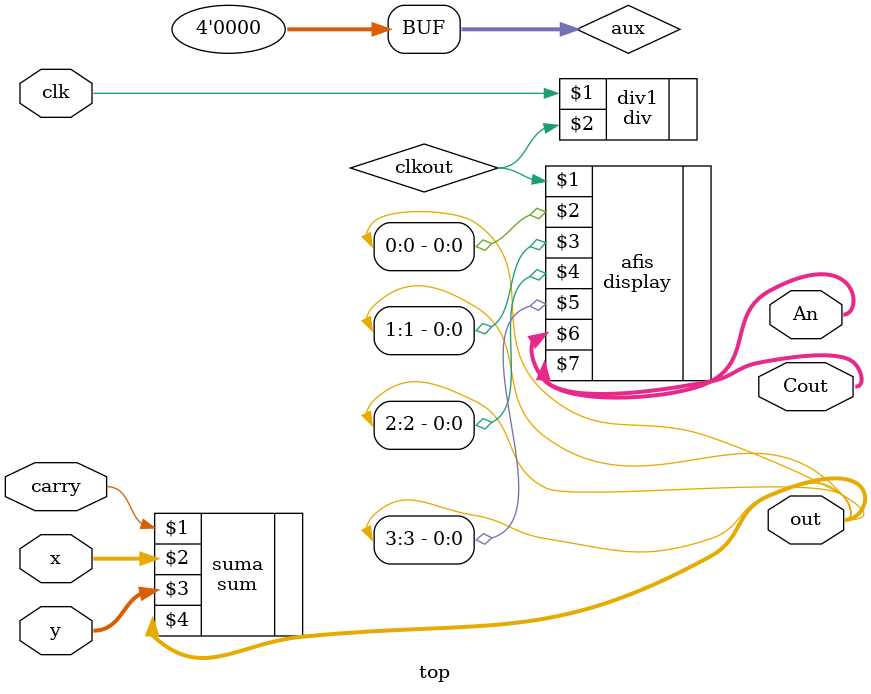
<source format=v>
`timescale 1ns / 1ps
module top(clk, x, y, carry, out , An, Cout);
	input clk;
	input [3:0] x;
	input [3:0] y;
	output [7:0] Cout;
	output [3:0] An;
	wire clkout;
	//wire [3:0] rest;
	wire [3:0] aux;
	input carry;
	output [3:0] out;
	
	assign aux = 4'b0000;
	
	div div1(clk , clkout);
	sum suma(carry, x, y, out);
	display afis(clkout, out[0], out[1], out[2], out[3], An, Cout);
endmodule

</source>
